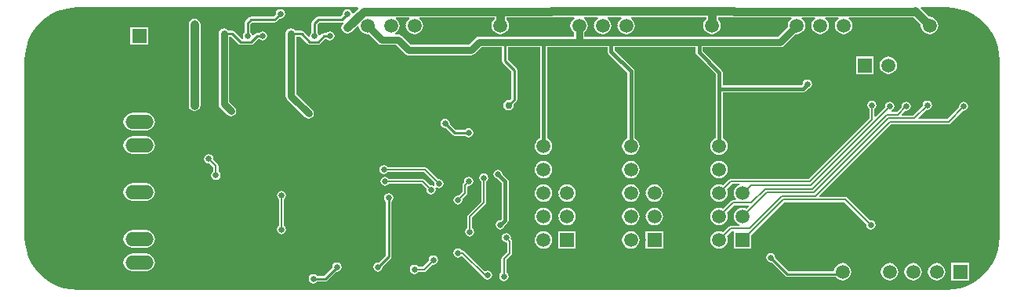
<source format=gbl>
G04 Layer_Physical_Order=2*
G04 Layer_Color=16711680*
%FSLAX23Y23*%
%MOIN*%
G70*
G01*
G75*
%ADD35C,0.008*%
%ADD36C,0.010*%
%ADD38C,0.030*%
%ADD39C,0.035*%
%ADD40C,0.015*%
%ADD43C,0.059*%
%ADD44R,0.059X0.059*%
%ADD45O,0.120X0.060*%
%ADD46C,0.197*%
%ADD47R,0.059X0.059*%
%ADD48C,0.025*%
%ADD49C,0.030*%
G36*
X3039Y1150D02*
X3282D01*
X3284Y1145D01*
X3279Y1141D01*
X3273Y1133D01*
X3269Y1125D01*
X3268Y1115D01*
X3269Y1110D01*
X3226Y1067D01*
X2402D01*
Y1086D01*
X2406Y1089D01*
X2412Y1097D01*
X2416Y1105D01*
X2417Y1115D01*
X2416Y1125D01*
X2412Y1133D01*
X2406Y1141D01*
X2400Y1146D01*
X2402Y1151D01*
X2458D01*
X2460Y1146D01*
X2454Y1141D01*
X2448Y1133D01*
X2444Y1125D01*
X2443Y1115D01*
X2444Y1105D01*
X2448Y1097D01*
X2454Y1089D01*
X2462Y1083D01*
X2470Y1079D01*
X2480Y1078D01*
X2490Y1079D01*
X2498Y1083D01*
X2506Y1089D01*
X2512Y1097D01*
X2516Y1105D01*
X2517Y1115D01*
X2516Y1125D01*
X2512Y1133D01*
X2506Y1141D01*
X2500Y1146D01*
X2502Y1151D01*
X2558D01*
X2560Y1146D01*
X2554Y1141D01*
X2548Y1133D01*
X2544Y1125D01*
X2543Y1115D01*
X2544Y1105D01*
X2548Y1097D01*
X2554Y1089D01*
X2562Y1083D01*
X2570Y1079D01*
X2580Y1078D01*
X2590Y1079D01*
X2598Y1083D01*
X2606Y1089D01*
X2612Y1097D01*
X2616Y1105D01*
X2617Y1115D01*
X2616Y1125D01*
X2612Y1133D01*
X2606Y1141D01*
X2600Y1146D01*
X2602Y1151D01*
X2920D01*
Y1142D01*
X2919Y1141D01*
X2913Y1133D01*
X2909Y1125D01*
X2908Y1115D01*
X2909Y1105D01*
X2913Y1097D01*
X2919Y1089D01*
X2927Y1083D01*
X2935Y1079D01*
X2945Y1078D01*
X2955Y1079D01*
X2963Y1083D01*
X2971Y1089D01*
X2977Y1097D01*
X2981Y1105D01*
X2982Y1115D01*
X2981Y1125D01*
X2977Y1133D01*
X2971Y1141D01*
X2970Y1142D01*
Y1151D01*
X3037D01*
X3039Y1150D01*
D02*
G37*
G36*
X2360Y1146D02*
X2354Y1141D01*
X2348Y1133D01*
X2344Y1125D01*
X2343Y1115D01*
X2344Y1105D01*
X2348Y1097D01*
X2354Y1089D01*
X2358Y1086D01*
Y1067D01*
X1955D01*
X1946Y1066D01*
X1939Y1061D01*
X1911Y1032D01*
X1664D01*
X1626Y1071D01*
X1619Y1076D01*
X1610Y1077D01*
X1598D01*
X1597Y1082D01*
X1598Y1083D01*
X1606Y1089D01*
X1612Y1097D01*
X1616Y1105D01*
X1617Y1115D01*
X1616Y1125D01*
X1612Y1133D01*
X1606Y1141D01*
X1601Y1145D01*
X1603Y1150D01*
X1657D01*
X1659Y1145D01*
X1654Y1141D01*
X1648Y1133D01*
X1644Y1125D01*
X1643Y1115D01*
X1644Y1105D01*
X1648Y1097D01*
X1654Y1089D01*
X1662Y1083D01*
X1670Y1079D01*
X1680Y1078D01*
X1690Y1079D01*
X1698Y1083D01*
X1706Y1089D01*
X1712Y1097D01*
X1716Y1105D01*
X1717Y1115D01*
X1716Y1125D01*
X1712Y1133D01*
X1706Y1141D01*
X1701Y1145D01*
X1703Y1150D01*
X2020D01*
Y1142D01*
X2019Y1141D01*
X2013Y1133D01*
X2009Y1125D01*
X2008Y1115D01*
X2009Y1105D01*
X2013Y1097D01*
X2019Y1089D01*
X2027Y1083D01*
X2035Y1079D01*
X2045Y1078D01*
X2055Y1079D01*
X2063Y1083D01*
X2071Y1089D01*
X2077Y1097D01*
X2081Y1105D01*
X2082Y1115D01*
X2081Y1125D01*
X2077Y1133D01*
X2071Y1141D01*
X2070Y1142D01*
Y1150D01*
X2260D01*
X2263Y1151D01*
X2358D01*
X2360Y1146D01*
D02*
G37*
G36*
X3970Y1191D02*
X3999Y1185D01*
X4027Y1176D01*
X4054Y1162D01*
X4079Y1146D01*
X4101Y1126D01*
X4121Y1104D01*
X4137Y1079D01*
X4151Y1052D01*
X4160Y1024D01*
X4166Y995D01*
X4168Y966D01*
X4168Y965D01*
Y215D01*
X4168Y214D01*
X4166Y185D01*
X4160Y156D01*
X4151Y128D01*
X4137Y101D01*
X4121Y76D01*
X4101Y54D01*
X4079Y34D01*
X4054Y18D01*
X4027Y4D01*
X3999Y-5D01*
X3970Y-11D01*
X3945Y-13D01*
X3940Y-13D01*
Y-13D01*
X3940Y-13D01*
X250D01*
X249Y-13D01*
X220Y-11D01*
X191Y-5D01*
X163Y4D01*
X136Y18D01*
X111Y34D01*
X89Y54D01*
X69Y76D01*
X53Y101D01*
X39Y128D01*
X30Y156D01*
X24Y185D01*
X22Y214D01*
X22Y215D01*
Y965D01*
X22Y966D01*
X24Y995D01*
X30Y1024D01*
X39Y1052D01*
X53Y1079D01*
X69Y1104D01*
X89Y1126D01*
X111Y1146D01*
X136Y1162D01*
X163Y1176D01*
X191Y1185D01*
X220Y1191D01*
X249Y1193D01*
X250Y1193D01*
X1439D01*
X1441Y1188D01*
X1420Y1166D01*
X1414Y1168D01*
X1413Y1173D01*
X1409Y1179D01*
X1403Y1183D01*
X1395Y1185D01*
X1387Y1183D01*
X1381Y1179D01*
X1377Y1173D01*
X1375Y1165D01*
X1376Y1163D01*
X1365Y1152D01*
X1270D01*
X1265Y1151D01*
X1261Y1149D01*
X1246Y1134D01*
X1244Y1130D01*
X1243Y1125D01*
Y1085D01*
X1241Y1084D01*
X1237Y1078D01*
X1235Y1070D01*
X1235Y1069D01*
X1231Y1067D01*
X1209Y1089D01*
X1205Y1091D01*
X1200Y1092D01*
X1173D01*
X1171Y1096D01*
X1164Y1101D01*
X1155Y1102D01*
X1146Y1101D01*
X1139Y1096D01*
X1134Y1089D01*
X1133Y1080D01*
Y815D01*
X1134Y806D01*
X1139Y799D01*
X1214Y724D01*
X1221Y719D01*
X1230Y718D01*
X1239Y719D01*
X1246Y724D01*
X1251Y731D01*
X1252Y740D01*
X1251Y749D01*
X1246Y756D01*
X1177Y824D01*
Y1068D01*
X1195D01*
X1226Y1036D01*
X1230Y1034D01*
X1235Y1033D01*
X1270D01*
X1275Y1034D01*
X1279Y1036D01*
X1300Y1058D01*
X1305Y1057D01*
X1306Y1056D01*
X1312Y1052D01*
X1320Y1050D01*
X1328Y1052D01*
X1334Y1056D01*
X1338Y1062D01*
X1340Y1070D01*
X1338Y1078D01*
X1334Y1084D01*
X1328Y1088D01*
X1320Y1090D01*
X1312Y1088D01*
X1306Y1084D01*
X1305Y1082D01*
X1295D01*
X1290Y1081D01*
X1286Y1079D01*
X1280Y1072D01*
X1274Y1074D01*
X1273Y1078D01*
X1269Y1084D01*
X1267Y1085D01*
Y1120D01*
X1275Y1128D01*
X1370D01*
X1375Y1129D01*
X1375Y1129D01*
X1379Y1125D01*
X1377Y1123D01*
X1371Y1115D01*
X1369Y1106D01*
X1371Y1096D01*
X1377Y1088D01*
X1385Y1083D01*
X1394Y1081D01*
X1404Y1083D01*
X1412Y1088D01*
X1438Y1114D01*
X1443Y1112D01*
X1444Y1105D01*
X1448Y1097D01*
X1454Y1089D01*
X1462Y1083D01*
X1470Y1079D01*
X1480Y1078D01*
X1485Y1079D01*
X1524Y1039D01*
X1531Y1034D01*
X1540Y1033D01*
X1601D01*
X1639Y994D01*
X1646Y989D01*
X1655Y988D01*
X1920D01*
X1929Y989D01*
X1936Y994D01*
X1964Y1023D01*
X2053D01*
Y965D01*
X2054Y960D01*
X2056Y956D01*
X2093Y920D01*
Y805D01*
X2084Y797D01*
X2080Y797D01*
X2071Y796D01*
X2064Y791D01*
X2059Y784D01*
X2058Y775D01*
X2059Y766D01*
X2064Y759D01*
X2071Y754D01*
X2080Y753D01*
X2089Y754D01*
X2096Y759D01*
X2101Y766D01*
X2102Y775D01*
X2102Y779D01*
X2114Y791D01*
X2116Y795D01*
X2117Y800D01*
Y925D01*
X2116Y930D01*
X2114Y934D01*
X2077Y970D01*
Y1023D01*
X2214D01*
Y633D01*
X2210Y632D01*
X2203Y626D01*
X2197Y618D01*
X2193Y610D01*
X2192Y600D01*
X2193Y590D01*
X2197Y582D01*
X2203Y574D01*
X2210Y568D01*
X2219Y564D01*
X2229Y563D01*
X2238Y564D01*
X2247Y568D01*
X2255Y574D01*
X2261Y582D01*
X2264Y590D01*
X2266Y600D01*
X2264Y610D01*
X2261Y618D01*
X2255Y626D01*
X2247Y632D01*
X2244Y633D01*
Y1023D01*
X2500D01*
Y1005D01*
X2501Y999D01*
X2505Y995D01*
X2585Y914D01*
Y633D01*
X2582Y632D01*
X2574Y626D01*
X2568Y618D01*
X2564Y610D01*
X2563Y600D01*
X2564Y590D01*
X2568Y582D01*
X2574Y574D01*
X2582Y568D01*
X2590Y564D01*
X2600Y563D01*
X2610Y564D01*
X2618Y568D01*
X2626Y574D01*
X2632Y582D01*
X2636Y590D01*
X2637Y600D01*
X2636Y610D01*
X2632Y618D01*
X2626Y626D01*
X2618Y632D01*
X2615Y633D01*
Y920D01*
X2614Y926D01*
X2610Y930D01*
X2530Y1011D01*
Y1023D01*
X2875D01*
Y1000D01*
X2876Y994D01*
X2880Y990D01*
X2960Y909D01*
Y845D01*
Y633D01*
X2957Y632D01*
X2949Y626D01*
X2943Y618D01*
X2939Y610D01*
X2938Y600D01*
X2939Y590D01*
X2943Y582D01*
X2949Y574D01*
X2957Y568D01*
X2965Y564D01*
X2975Y563D01*
X2985Y564D01*
X2993Y568D01*
X3001Y574D01*
X3007Y582D01*
X3011Y590D01*
X3012Y600D01*
X3011Y610D01*
X3007Y618D01*
X3001Y626D01*
X2993Y632D01*
X2990Y633D01*
Y830D01*
X3330D01*
X3336Y831D01*
X3340Y835D01*
X3351Y845D01*
X3358Y847D01*
X3364Y851D01*
X3368Y857D01*
X3370Y865D01*
X3368Y873D01*
X3364Y879D01*
X3358Y883D01*
X3350Y885D01*
X3342Y883D01*
X3336Y879D01*
X3332Y873D01*
X3330Y866D01*
X3324Y860D01*
X2990D01*
Y915D01*
X2989Y921D01*
X2985Y925D01*
X2905Y1006D01*
Y1023D01*
X3235D01*
X3244Y1024D01*
X3251Y1029D01*
X3300Y1079D01*
X3305Y1078D01*
X3315Y1079D01*
X3323Y1083D01*
X3331Y1089D01*
X3337Y1097D01*
X3341Y1105D01*
X3342Y1115D01*
X3341Y1125D01*
X3337Y1133D01*
X3331Y1141D01*
X3326Y1145D01*
X3328Y1150D01*
X3382D01*
X3384Y1145D01*
X3379Y1141D01*
X3373Y1133D01*
X3369Y1125D01*
X3368Y1115D01*
X3369Y1105D01*
X3373Y1097D01*
X3379Y1089D01*
X3387Y1083D01*
X3395Y1079D01*
X3405Y1078D01*
X3415Y1079D01*
X3423Y1083D01*
X3431Y1089D01*
X3437Y1097D01*
X3441Y1105D01*
X3442Y1115D01*
X3441Y1125D01*
X3437Y1133D01*
X3431Y1141D01*
X3426Y1145D01*
X3428Y1150D01*
X3482D01*
X3484Y1145D01*
X3479Y1141D01*
X3473Y1133D01*
X3469Y1125D01*
X3468Y1115D01*
X3469Y1105D01*
X3473Y1097D01*
X3479Y1089D01*
X3487Y1083D01*
X3495Y1079D01*
X3505Y1078D01*
X3515Y1079D01*
X3523Y1083D01*
X3531Y1089D01*
X3537Y1097D01*
X3541Y1105D01*
X3542Y1115D01*
X3541Y1125D01*
X3537Y1133D01*
X3531Y1141D01*
X3526Y1145D01*
X3528Y1150D01*
X3800D01*
X3833Y1116D01*
X3833Y1115D01*
X3834Y1105D01*
X3838Y1097D01*
X3844Y1089D01*
X3852Y1083D01*
X3860Y1079D01*
X3870Y1078D01*
X3880Y1079D01*
X3888Y1083D01*
X3896Y1089D01*
X3902Y1097D01*
X3906Y1105D01*
X3907Y1115D01*
X3906Y1125D01*
X3902Y1133D01*
X3896Y1141D01*
X3888Y1147D01*
X3880Y1151D01*
X3870Y1152D01*
X3869Y1152D01*
X3832Y1188D01*
X3834Y1193D01*
X3940D01*
X3941Y1193D01*
X3970Y1191D01*
D02*
G37*
%LPC*%
G36*
X2737Y237D02*
X2663D01*
Y163D01*
X2737D01*
Y237D01*
D02*
G37*
G36*
X540Y242D02*
X480D01*
X470Y241D01*
X461Y237D01*
X454Y231D01*
X448Y224D01*
X444Y215D01*
X443Y205D01*
X444Y195D01*
X448Y186D01*
X454Y179D01*
X461Y173D01*
X470Y169D01*
X480Y168D01*
X540D01*
X550Y169D01*
X559Y173D01*
X566Y179D01*
X572Y186D01*
X576Y195D01*
X577Y205D01*
X576Y215D01*
X572Y224D01*
X566Y231D01*
X559Y237D01*
X550Y241D01*
X540Y242D01*
D02*
G37*
G36*
X2365Y237D02*
X2292D01*
Y163D01*
X2365D01*
Y237D01*
D02*
G37*
G36*
X2229Y237D02*
X2219Y236D01*
X2210Y232D01*
X2203Y226D01*
X2197Y218D01*
X2193Y210D01*
X2192Y200D01*
X2193Y190D01*
X2197Y182D01*
X2203Y174D01*
X2210Y168D01*
X2219Y164D01*
X2229Y163D01*
X2238Y164D01*
X2247Y168D01*
X2255Y174D01*
X2261Y182D01*
X2264Y190D01*
X2266Y200D01*
X2264Y210D01*
X2261Y218D01*
X2255Y226D01*
X2247Y232D01*
X2238Y236D01*
X2229Y237D01*
D02*
G37*
G36*
X2600D02*
X2590Y236D01*
X2582Y232D01*
X2574Y226D01*
X2568Y218D01*
X2564Y210D01*
X2563Y200D01*
X2564Y190D01*
X2568Y182D01*
X2574Y174D01*
X2582Y168D01*
X2590Y164D01*
X2600Y163D01*
X2610Y164D01*
X2618Y168D01*
X2626Y174D01*
X2632Y182D01*
X2636Y190D01*
X2637Y200D01*
X2636Y210D01*
X2632Y218D01*
X2626Y226D01*
X2618Y232D01*
X2610Y236D01*
X2600Y237D01*
D02*
G37*
G36*
X2229Y337D02*
X2219Y336D01*
X2210Y332D01*
X2203Y326D01*
X2197Y318D01*
X2193Y310D01*
X2192Y300D01*
X2193Y290D01*
X2197Y282D01*
X2203Y274D01*
X2210Y268D01*
X2219Y264D01*
X2229Y263D01*
X2238Y264D01*
X2247Y268D01*
X2255Y274D01*
X2261Y282D01*
X2264Y290D01*
X2266Y300D01*
X2264Y310D01*
X2261Y318D01*
X2255Y326D01*
X2247Y332D01*
X2238Y336D01*
X2229Y337D01*
D02*
G37*
G36*
X2329D02*
X2319Y336D01*
X2310Y332D01*
X2303Y326D01*
X2297Y318D01*
X2293Y310D01*
X2292Y300D01*
X2293Y290D01*
X2297Y282D01*
X2303Y274D01*
X2310Y268D01*
X2319Y264D01*
X2329Y263D01*
X2338Y264D01*
X2347Y268D01*
X2355Y274D01*
X2361Y282D01*
X2364Y290D01*
X2366Y300D01*
X2364Y310D01*
X2361Y318D01*
X2355Y326D01*
X2347Y332D01*
X2338Y336D01*
X2329Y337D01*
D02*
G37*
G36*
X2035Y500D02*
X2027Y498D01*
X2021Y494D01*
X2017Y488D01*
X2015Y480D01*
X2017Y472D01*
X2021Y466D01*
X2027Y462D01*
X2034Y460D01*
X2050Y444D01*
Y291D01*
X2044Y285D01*
X2037Y283D01*
X2031Y279D01*
X2027Y273D01*
X2025Y265D01*
X2027Y257D01*
X2031Y251D01*
X2037Y247D01*
X2045Y245D01*
X2053Y247D01*
X2059Y251D01*
X2063Y257D01*
X2065Y264D01*
X2075Y275D01*
X2079Y279D01*
X2080Y285D01*
Y450D01*
X2079Y456D01*
X2075Y460D01*
X2055Y481D01*
X2053Y488D01*
X2049Y494D01*
X2043Y498D01*
X2035Y500D01*
D02*
G37*
G36*
X1975Y485D02*
X1967Y483D01*
X1961Y479D01*
X1957Y473D01*
X1955Y465D01*
X1957Y457D01*
X1961Y451D01*
X1964Y449D01*
Y365D01*
X1907Y308D01*
X1905Y304D01*
X1904Y300D01*
X1904Y300D01*
Y251D01*
X1901Y249D01*
X1897Y243D01*
X1895Y235D01*
X1897Y227D01*
X1901Y221D01*
X1907Y217D01*
X1915Y215D01*
X1923Y217D01*
X1929Y221D01*
X1933Y227D01*
X1935Y235D01*
X1933Y243D01*
X1929Y249D01*
X1926Y251D01*
Y295D01*
X1983Y352D01*
X1983Y352D01*
X1985Y356D01*
X1986Y360D01*
X1986Y360D01*
Y449D01*
X1989Y451D01*
X1993Y457D01*
X1995Y465D01*
X1993Y473D01*
X1989Y479D01*
X1983Y483D01*
X1975Y485D01*
D02*
G37*
G36*
X1115Y410D02*
X1107Y408D01*
X1101Y404D01*
X1097Y398D01*
X1095Y390D01*
X1097Y382D01*
X1101Y376D01*
X1104Y374D01*
Y261D01*
X1101Y259D01*
X1097Y253D01*
X1095Y245D01*
X1097Y237D01*
X1101Y231D01*
X1107Y227D01*
X1115Y225D01*
X1123Y227D01*
X1129Y231D01*
X1133Y237D01*
X1135Y245D01*
X1133Y253D01*
X1129Y259D01*
X1126Y261D01*
Y374D01*
X1129Y376D01*
X1133Y382D01*
X1135Y390D01*
X1133Y398D01*
X1129Y404D01*
X1123Y408D01*
X1115Y410D01*
D02*
G37*
G36*
X1570Y400D02*
X1562Y398D01*
X1556Y394D01*
X1552Y388D01*
X1550Y380D01*
X1552Y372D01*
X1556Y366D01*
X1558Y365D01*
Y135D01*
X1527Y104D01*
X1525Y105D01*
X1517Y103D01*
X1511Y99D01*
X1507Y93D01*
X1505Y85D01*
X1507Y77D01*
X1511Y71D01*
X1517Y67D01*
X1525Y65D01*
X1533Y67D01*
X1539Y71D01*
X1543Y77D01*
X1545Y85D01*
X1544Y87D01*
X1579Y121D01*
X1581Y125D01*
X1582Y130D01*
Y365D01*
X1584Y366D01*
X1588Y372D01*
X1590Y380D01*
X1588Y388D01*
X1584Y394D01*
X1578Y398D01*
X1570Y400D01*
D02*
G37*
G36*
X3800Y102D02*
X3790Y101D01*
X3782Y97D01*
X3774Y91D01*
X3768Y83D01*
X3764Y75D01*
X3763Y65D01*
X3764Y55D01*
X3768Y47D01*
X3774Y39D01*
X3782Y33D01*
X3790Y29D01*
X3800Y28D01*
X3810Y29D01*
X3818Y33D01*
X3826Y39D01*
X3832Y47D01*
X3836Y55D01*
X3837Y65D01*
X3836Y75D01*
X3832Y83D01*
X3826Y91D01*
X3818Y97D01*
X3810Y101D01*
X3800Y102D01*
D02*
G37*
G36*
X3900D02*
X3890Y101D01*
X3882Y97D01*
X3874Y91D01*
X3868Y83D01*
X3864Y75D01*
X3863Y65D01*
X3864Y55D01*
X3868Y47D01*
X3874Y39D01*
X3882Y33D01*
X3890Y29D01*
X3900Y28D01*
X3910Y29D01*
X3918Y33D01*
X3926Y39D01*
X3932Y47D01*
X3936Y55D01*
X3937Y65D01*
X3936Y75D01*
X3932Y83D01*
X3926Y91D01*
X3918Y97D01*
X3910Y101D01*
X3900Y102D01*
D02*
G37*
G36*
X3700D02*
X3690Y101D01*
X3682Y97D01*
X3674Y91D01*
X3668Y83D01*
X3664Y75D01*
X3663Y65D01*
X3664Y55D01*
X3668Y47D01*
X3674Y39D01*
X3682Y33D01*
X3690Y29D01*
X3700Y28D01*
X3710Y29D01*
X3718Y33D01*
X3726Y39D01*
X3732Y47D01*
X3736Y55D01*
X3737Y65D01*
X3736Y75D01*
X3732Y83D01*
X3726Y91D01*
X3718Y97D01*
X3710Y101D01*
X3700Y102D01*
D02*
G37*
G36*
X2070Y230D02*
X2062Y228D01*
X2056Y224D01*
X2052Y218D01*
X2050Y210D01*
X2052Y202D01*
X2056Y196D01*
X2062Y192D01*
X2070Y190D01*
X2074Y186D01*
Y150D01*
X2052Y128D01*
X2050Y124D01*
X2049Y120D01*
X2049Y120D01*
Y61D01*
X2046Y59D01*
X2042Y53D01*
X2040Y45D01*
X2042Y37D01*
X2046Y31D01*
X2052Y27D01*
X2060Y25D01*
X2068Y27D01*
X2074Y31D01*
X2078Y37D01*
X2080Y45D01*
X2078Y53D01*
X2074Y59D01*
X2071Y61D01*
Y115D01*
X2093Y137D01*
X2093Y137D01*
X2095Y141D01*
X2096Y145D01*
Y195D01*
X2096Y195D01*
X2095Y199D01*
X2093Y203D01*
X2089Y207D01*
X2090Y210D01*
X2088Y218D01*
X2084Y224D01*
X2078Y228D01*
X2070Y230D01*
D02*
G37*
G36*
X3195Y145D02*
X3187Y143D01*
X3181Y139D01*
X3177Y133D01*
X3175Y125D01*
X3177Y117D01*
X3181Y111D01*
X3187Y107D01*
X3195Y105D01*
X3197Y106D01*
X3256Y46D01*
X3260Y44D01*
X3265Y43D01*
X3471D01*
X3474Y39D01*
X3482Y33D01*
X3490Y29D01*
X3500Y28D01*
X3510Y29D01*
X3518Y33D01*
X3526Y39D01*
X3532Y47D01*
X3536Y55D01*
X3537Y65D01*
X3536Y75D01*
X3532Y83D01*
X3526Y91D01*
X3518Y97D01*
X3510Y101D01*
X3500Y102D01*
X3490Y101D01*
X3482Y97D01*
X3474Y91D01*
X3468Y83D01*
X3464Y75D01*
X3463Y67D01*
X3270D01*
X3214Y123D01*
X3215Y125D01*
X3213Y133D01*
X3209Y139D01*
X3203Y143D01*
X3195Y145D01*
D02*
G37*
G36*
X540Y142D02*
X480D01*
X470Y141D01*
X461Y137D01*
X454Y131D01*
X448Y124D01*
X444Y115D01*
X443Y105D01*
X444Y95D01*
X448Y86D01*
X454Y79D01*
X461Y73D01*
X470Y69D01*
X480Y68D01*
X540D01*
X550Y69D01*
X559Y73D01*
X566Y79D01*
X572Y86D01*
X576Y95D01*
X577Y105D01*
X576Y115D01*
X572Y124D01*
X566Y131D01*
X559Y137D01*
X550Y141D01*
X540Y142D01*
D02*
G37*
G36*
X1760Y135D02*
X1752Y133D01*
X1746Y129D01*
X1742Y123D01*
X1740Y115D01*
X1741Y112D01*
X1715Y86D01*
X1696D01*
X1694Y89D01*
X1688Y93D01*
X1680Y95D01*
X1672Y93D01*
X1666Y89D01*
X1662Y83D01*
X1660Y75D01*
X1662Y67D01*
X1666Y61D01*
X1672Y57D01*
X1680Y55D01*
X1688Y57D01*
X1694Y61D01*
X1696Y64D01*
X1720D01*
X1720Y64D01*
X1724Y65D01*
X1728Y67D01*
X1757Y96D01*
X1760Y95D01*
X1768Y97D01*
X1774Y101D01*
X1778Y107D01*
X1780Y115D01*
X1778Y123D01*
X1774Y129D01*
X1768Y133D01*
X1760Y135D01*
D02*
G37*
G36*
X1350Y105D02*
X1342Y103D01*
X1336Y99D01*
X1332Y93D01*
X1330Y85D01*
X1331Y83D01*
X1295Y47D01*
X1265D01*
X1264Y49D01*
X1258Y53D01*
X1250Y55D01*
X1242Y53D01*
X1236Y49D01*
X1232Y43D01*
X1230Y35D01*
X1232Y27D01*
X1236Y21D01*
X1242Y17D01*
X1250Y15D01*
X1258Y17D01*
X1264Y21D01*
X1265Y23D01*
X1300D01*
X1305Y24D01*
X1309Y26D01*
X1348Y66D01*
X1350Y65D01*
X1358Y67D01*
X1364Y71D01*
X1368Y77D01*
X1370Y85D01*
X1368Y93D01*
X1364Y99D01*
X1358Y103D01*
X1350Y105D01*
D02*
G37*
G36*
X4037Y102D02*
X3963D01*
Y28D01*
X4037D01*
Y102D01*
D02*
G37*
G36*
X1865Y165D02*
X1857Y163D01*
X1851Y159D01*
X1847Y153D01*
X1845Y145D01*
X1847Y137D01*
X1851Y131D01*
X1857Y127D01*
X1865Y125D01*
X1873Y127D01*
X1879Y131D01*
X1883Y131D01*
X1972Y43D01*
X1972Y42D01*
X1976Y36D01*
X1982Y32D01*
X1990Y30D01*
X1998Y32D01*
X2004Y36D01*
X2008Y42D01*
X2010Y50D01*
X2008Y58D01*
X2004Y64D01*
X1998Y68D01*
X1990Y70D01*
X1982Y68D01*
X1979Y66D01*
X1893Y153D01*
X1889Y155D01*
X1885Y156D01*
X1885Y156D01*
X1881D01*
X1879Y159D01*
X1873Y163D01*
X1865Y165D01*
D02*
G37*
G36*
X2600Y337D02*
X2590Y336D01*
X2582Y332D01*
X2574Y326D01*
X2568Y318D01*
X2564Y310D01*
X2563Y300D01*
X2564Y290D01*
X2568Y282D01*
X2574Y274D01*
X2582Y268D01*
X2590Y264D01*
X2600Y263D01*
X2610Y264D01*
X2618Y268D01*
X2626Y274D01*
X2632Y282D01*
X2636Y290D01*
X2637Y300D01*
X2636Y310D01*
X2632Y318D01*
X2626Y326D01*
X2618Y332D01*
X2610Y336D01*
X2600Y337D01*
D02*
G37*
G36*
X540Y742D02*
X480D01*
X470Y741D01*
X461Y737D01*
X454Y731D01*
X448Y724D01*
X444Y715D01*
X443Y705D01*
X444Y695D01*
X448Y686D01*
X454Y679D01*
X461Y673D01*
X470Y669D01*
X480Y668D01*
X540D01*
X550Y669D01*
X559Y673D01*
X566Y679D01*
X572Y686D01*
X576Y695D01*
X577Y705D01*
X576Y715D01*
X572Y724D01*
X566Y731D01*
X559Y737D01*
X550Y741D01*
X540Y742D01*
D02*
G37*
G36*
X745Y1145D02*
X735Y1143D01*
X727Y1138D01*
X722Y1130D01*
X720Y1120D01*
Y775D01*
X722Y765D01*
X727Y757D01*
X735Y752D01*
X745Y750D01*
X755Y752D01*
X763Y757D01*
X768Y765D01*
X770Y775D01*
Y1120D01*
X768Y1130D01*
X763Y1138D01*
X755Y1143D01*
X745Y1145D01*
D02*
G37*
G36*
X1810Y717D02*
X1802Y716D01*
X1796Y711D01*
X1792Y705D01*
X1790Y697D01*
X1792Y690D01*
X1796Y683D01*
X1802Y679D01*
X1810Y677D01*
X1812Y678D01*
X1841Y649D01*
X1845Y646D01*
X1850Y645D01*
X1895D01*
X1896Y643D01*
X1902Y639D01*
X1910Y637D01*
X1918Y639D01*
X1924Y643D01*
X1928Y650D01*
X1930Y657D01*
X1928Y665D01*
X1924Y671D01*
X1918Y676D01*
X1910Y677D01*
X1902Y676D01*
X1896Y671D01*
X1895Y670D01*
X1855D01*
X1829Y695D01*
X1830Y697D01*
X1828Y705D01*
X1824Y711D01*
X1818Y716D01*
X1810Y717D01*
D02*
G37*
G36*
X2975Y537D02*
X2965Y536D01*
X2957Y532D01*
X2949Y526D01*
X2943Y518D01*
X2939Y510D01*
X2938Y500D01*
X2939Y490D01*
X2943Y482D01*
X2949Y474D01*
X2957Y468D01*
X2965Y464D01*
X2975Y463D01*
X2985Y464D01*
X2993Y468D01*
X3001Y474D01*
X3007Y482D01*
X3011Y490D01*
X3012Y500D01*
X3011Y510D01*
X3007Y518D01*
X3001Y526D01*
X2993Y532D01*
X2985Y536D01*
X2975Y537D01*
D02*
G37*
G36*
X540Y642D02*
X480D01*
X470Y641D01*
X461Y637D01*
X454Y631D01*
X448Y624D01*
X444Y615D01*
X443Y605D01*
X444Y595D01*
X448Y586D01*
X454Y579D01*
X461Y573D01*
X470Y569D01*
X480Y568D01*
X540D01*
X550Y569D01*
X559Y573D01*
X566Y579D01*
X572Y586D01*
X576Y595D01*
X577Y605D01*
X576Y615D01*
X572Y624D01*
X566Y631D01*
X559Y637D01*
X550Y641D01*
X540Y642D01*
D02*
G37*
G36*
X547Y1107D02*
X473D01*
Y1033D01*
X547D01*
Y1107D01*
D02*
G37*
G36*
X1110Y1185D02*
X1102Y1183D01*
X1096Y1179D01*
X1092Y1173D01*
X1090Y1165D01*
X1091Y1163D01*
X1080Y1152D01*
X985D01*
X980Y1151D01*
X976Y1149D01*
X961Y1134D01*
X959Y1130D01*
X958Y1125D01*
Y1085D01*
X956Y1084D01*
X952Y1078D01*
X950Y1070D01*
X952Y1062D01*
X952Y1062D01*
X950Y1057D01*
X945D01*
X914Y1089D01*
X910Y1091D01*
X905Y1092D01*
X888D01*
X886Y1096D01*
X879Y1101D01*
X870Y1102D01*
X861Y1101D01*
X854Y1096D01*
X849Y1089D01*
X848Y1080D01*
Y780D01*
X849Y771D01*
X854Y764D01*
X884Y734D01*
X891Y729D01*
X900Y728D01*
X909Y729D01*
X916Y734D01*
X921Y741D01*
X922Y750D01*
X921Y759D01*
X916Y766D01*
X892Y789D01*
Y1068D01*
X900D01*
X931Y1036D01*
X935Y1034D01*
X940Y1033D01*
X985D01*
X990Y1034D01*
X994Y1036D01*
X1015Y1058D01*
X1020Y1057D01*
X1021Y1056D01*
X1027Y1052D01*
X1035Y1050D01*
X1043Y1052D01*
X1049Y1056D01*
X1053Y1062D01*
X1055Y1070D01*
X1053Y1078D01*
X1049Y1084D01*
X1043Y1088D01*
X1035Y1090D01*
X1027Y1088D01*
X1021Y1084D01*
X1020Y1082D01*
X1010D01*
X1005Y1081D01*
X1001Y1079D01*
X995Y1072D01*
X989Y1074D01*
X988Y1078D01*
X984Y1084D01*
X982Y1085D01*
Y1120D01*
X990Y1128D01*
X1085D01*
X1090Y1129D01*
X1094Y1131D01*
X1108Y1146D01*
X1110Y1145D01*
X1118Y1147D01*
X1124Y1151D01*
X1128Y1157D01*
X1130Y1165D01*
X1128Y1173D01*
X1124Y1179D01*
X1118Y1183D01*
X1110Y1185D01*
D02*
G37*
G36*
X3632Y982D02*
X3558D01*
Y908D01*
X3632D01*
Y982D01*
D02*
G37*
G36*
X3860Y795D02*
X3852Y793D01*
X3846Y789D01*
X3842Y783D01*
X3840Y775D01*
X3841Y772D01*
X3800Y731D01*
X3753D01*
X3751Y736D01*
X3766Y751D01*
X3770Y750D01*
X3778Y752D01*
X3784Y756D01*
X3788Y762D01*
X3790Y770D01*
X3788Y778D01*
X3784Y784D01*
X3778Y788D01*
X3770Y790D01*
X3762Y788D01*
X3756Y784D01*
X3752Y778D01*
X3750Y770D01*
X3751Y767D01*
X3730Y747D01*
X3709D01*
X3708Y752D01*
X3714Y756D01*
X3718Y762D01*
X3720Y770D01*
X3718Y778D01*
X3714Y784D01*
X3708Y788D01*
X3700Y790D01*
X3692Y788D01*
X3686Y784D01*
X3682Y778D01*
X3680Y770D01*
X3681Y766D01*
X3641Y725D01*
X3636Y727D01*
Y759D01*
X3639Y761D01*
X3643Y767D01*
X3645Y775D01*
X3643Y783D01*
X3639Y789D01*
X3633Y793D01*
X3625Y795D01*
X3617Y793D01*
X3611Y789D01*
X3607Y783D01*
X3605Y775D01*
X3607Y767D01*
X3611Y761D01*
X3614Y759D01*
Y720D01*
X3355Y461D01*
X3025D01*
X3025Y461D01*
X3021Y460D01*
X3017Y458D01*
X3017Y458D01*
X2992Y433D01*
X2985Y436D01*
X2975Y437D01*
X2965Y436D01*
X2957Y432D01*
X2949Y426D01*
X2943Y418D01*
X2939Y410D01*
X2938Y400D01*
X2939Y390D01*
X2943Y382D01*
X2949Y374D01*
X2957Y368D01*
X2965Y364D01*
X2975Y363D01*
X2985Y364D01*
X2993Y368D01*
X3001Y374D01*
X3007Y382D01*
X3011Y390D01*
X3012Y400D01*
X3011Y410D01*
X3008Y417D01*
X3030Y439D01*
X3060D01*
X3061Y434D01*
X3057Y432D01*
X3049Y426D01*
X3043Y418D01*
X3039Y410D01*
X3038Y400D01*
X3039Y390D01*
X3043Y382D01*
X3048Y376D01*
X3045Y371D01*
X3034D01*
X3034Y371D01*
X3030Y370D01*
X3027Y367D01*
X3027Y367D01*
X2992Y333D01*
X2985Y336D01*
X2975Y337D01*
X2965Y336D01*
X2957Y332D01*
X2949Y326D01*
X2943Y318D01*
X2939Y310D01*
X2938Y300D01*
X2939Y290D01*
X2943Y282D01*
X2949Y274D01*
X2957Y268D01*
X2965Y264D01*
X2975Y263D01*
X2985Y264D01*
X2993Y268D01*
X3001Y274D01*
X3007Y282D01*
X3011Y290D01*
X3012Y300D01*
X3011Y310D01*
X3008Y317D01*
X3039Y348D01*
X3101D01*
X3103Y344D01*
X3092Y333D01*
X3085Y336D01*
X3075Y337D01*
X3065Y336D01*
X3057Y332D01*
X3049Y326D01*
X3043Y318D01*
X3039Y310D01*
X3038Y300D01*
X3039Y290D01*
X3043Y282D01*
X3049Y274D01*
X3057Y268D01*
X3061Y266D01*
X3060Y261D01*
X3025D01*
X3025Y261D01*
X3021Y260D01*
X3017Y258D01*
X3017Y258D01*
X2992Y233D01*
X2985Y236D01*
X2975Y237D01*
X2965Y236D01*
X2957Y232D01*
X2949Y226D01*
X2943Y218D01*
X2939Y210D01*
X2938Y200D01*
X2939Y190D01*
X2943Y182D01*
X2949Y174D01*
X2957Y168D01*
X2965Y164D01*
X2975Y163D01*
X2985Y164D01*
X2993Y168D01*
X3001Y174D01*
X3007Y182D01*
X3011Y190D01*
X3012Y200D01*
X3011Y210D01*
X3008Y217D01*
X3030Y239D01*
X3034D01*
X3038Y237D01*
Y163D01*
X3112D01*
Y219D01*
X3253Y361D01*
X3508D01*
X3601Y268D01*
X3600Y265D01*
X3602Y257D01*
X3606Y251D01*
X3612Y247D01*
X3620Y245D01*
X3628Y247D01*
X3634Y251D01*
X3638Y257D01*
X3640Y265D01*
X3638Y273D01*
X3634Y279D01*
X3628Y283D01*
X3620Y285D01*
X3617Y284D01*
X3520Y380D01*
X3517Y383D01*
X3513Y384D01*
X3512Y384D01*
X3402D01*
X3400Y388D01*
X3706Y694D01*
X3950D01*
X3950Y694D01*
X3954Y695D01*
X3958Y697D01*
X4012Y751D01*
X4015Y750D01*
X4023Y752D01*
X4029Y756D01*
X4033Y762D01*
X4035Y770D01*
X4033Y778D01*
X4029Y784D01*
X4023Y788D01*
X4015Y790D01*
X4007Y788D01*
X4001Y784D01*
X3997Y778D01*
X3995Y770D01*
X3996Y767D01*
X3945Y716D01*
X3824D01*
X3822Y721D01*
X3857Y756D01*
X3860Y755D01*
X3868Y757D01*
X3874Y761D01*
X3878Y767D01*
X3880Y775D01*
X3878Y783D01*
X3874Y789D01*
X3868Y793D01*
X3860Y795D01*
D02*
G37*
G36*
X3695Y982D02*
X3685Y981D01*
X3677Y977D01*
X3669Y971D01*
X3663Y963D01*
X3659Y955D01*
X3658Y945D01*
X3659Y935D01*
X3663Y927D01*
X3669Y919D01*
X3677Y913D01*
X3685Y909D01*
X3695Y908D01*
X3705Y909D01*
X3713Y913D01*
X3721Y919D01*
X3727Y927D01*
X3731Y935D01*
X3732Y945D01*
X3731Y955D01*
X3727Y963D01*
X3721Y971D01*
X3713Y977D01*
X3705Y981D01*
X3695Y982D01*
D02*
G37*
G36*
X2600Y537D02*
X2590Y536D01*
X2582Y532D01*
X2574Y526D01*
X2568Y518D01*
X2564Y510D01*
X2563Y500D01*
X2564Y490D01*
X2568Y482D01*
X2574Y474D01*
X2582Y468D01*
X2590Y464D01*
X2600Y463D01*
X2610Y464D01*
X2618Y468D01*
X2626Y474D01*
X2632Y482D01*
X2636Y490D01*
X2637Y500D01*
X2636Y510D01*
X2632Y518D01*
X2626Y526D01*
X2618Y532D01*
X2610Y536D01*
X2600Y537D01*
D02*
G37*
G36*
Y437D02*
X2590Y436D01*
X2582Y432D01*
X2574Y426D01*
X2568Y418D01*
X2564Y410D01*
X2563Y400D01*
X2564Y390D01*
X2568Y382D01*
X2574Y374D01*
X2582Y368D01*
X2590Y364D01*
X2600Y363D01*
X2610Y364D01*
X2618Y368D01*
X2626Y374D01*
X2632Y382D01*
X2636Y390D01*
X2637Y400D01*
X2636Y410D01*
X2632Y418D01*
X2626Y426D01*
X2618Y432D01*
X2610Y436D01*
X2600Y437D01*
D02*
G37*
G36*
X2700D02*
X2690Y436D01*
X2682Y432D01*
X2674Y426D01*
X2668Y418D01*
X2664Y410D01*
X2663Y400D01*
X2664Y390D01*
X2668Y382D01*
X2674Y374D01*
X2682Y368D01*
X2690Y364D01*
X2700Y363D01*
X2710Y364D01*
X2718Y368D01*
X2726Y374D01*
X2732Y382D01*
X2736Y390D01*
X2737Y400D01*
X2736Y410D01*
X2732Y418D01*
X2726Y426D01*
X2718Y432D01*
X2710Y436D01*
X2700Y437D01*
D02*
G37*
G36*
X2329D02*
X2319Y436D01*
X2310Y432D01*
X2303Y426D01*
X2297Y418D01*
X2293Y410D01*
X2292Y400D01*
X2293Y390D01*
X2297Y382D01*
X2303Y374D01*
X2310Y368D01*
X2319Y364D01*
X2329Y363D01*
X2338Y364D01*
X2347Y368D01*
X2355Y374D01*
X2361Y382D01*
X2364Y390D01*
X2366Y400D01*
X2364Y410D01*
X2361Y418D01*
X2355Y426D01*
X2347Y432D01*
X2338Y436D01*
X2329Y437D01*
D02*
G37*
G36*
X2700Y337D02*
X2690Y336D01*
X2682Y332D01*
X2674Y326D01*
X2668Y318D01*
X2664Y310D01*
X2663Y300D01*
X2664Y290D01*
X2668Y282D01*
X2674Y274D01*
X2682Y268D01*
X2690Y264D01*
X2700Y263D01*
X2710Y264D01*
X2718Y268D01*
X2726Y274D01*
X2732Y282D01*
X2736Y290D01*
X2737Y300D01*
X2736Y310D01*
X2732Y318D01*
X2726Y326D01*
X2718Y332D01*
X2710Y336D01*
X2700Y337D01*
D02*
G37*
G36*
X2229Y437D02*
X2219Y436D01*
X2210Y432D01*
X2203Y426D01*
X2197Y418D01*
X2193Y410D01*
X2192Y400D01*
X2193Y390D01*
X2197Y382D01*
X2203Y374D01*
X2210Y368D01*
X2219Y364D01*
X2229Y363D01*
X2238Y364D01*
X2247Y368D01*
X2255Y374D01*
X2261Y382D01*
X2264Y390D01*
X2266Y400D01*
X2264Y410D01*
X2261Y418D01*
X2255Y426D01*
X2247Y432D01*
X2238Y436D01*
X2229Y437D01*
D02*
G37*
G36*
X806Y566D02*
X798Y564D01*
X792Y560D01*
X788Y553D01*
X786Y546D01*
X788Y538D01*
X792Y532D01*
X798Y527D01*
X806Y526D01*
X809Y526D01*
X825Y511D01*
Y492D01*
X822Y490D01*
X818Y483D01*
X816Y476D01*
X818Y468D01*
X822Y462D01*
X828Y457D01*
X836Y456D01*
X844Y457D01*
X850Y462D01*
X854Y468D01*
X856Y476D01*
X854Y483D01*
X850Y490D01*
X847Y492D01*
Y516D01*
X847Y516D01*
X846Y520D01*
X844Y524D01*
X825Y542D01*
X826Y546D01*
X824Y553D01*
X820Y560D01*
X814Y564D01*
X806Y566D01*
D02*
G37*
G36*
X2229Y537D02*
X2219Y536D01*
X2210Y532D01*
X2203Y526D01*
X2197Y518D01*
X2193Y510D01*
X2192Y500D01*
X2193Y490D01*
X2197Y482D01*
X2203Y474D01*
X2210Y468D01*
X2219Y464D01*
X2229Y463D01*
X2238Y464D01*
X2247Y468D01*
X2255Y474D01*
X2261Y482D01*
X2264Y490D01*
X2266Y500D01*
X2264Y510D01*
X2261Y518D01*
X2255Y526D01*
X2247Y532D01*
X2238Y536D01*
X2229Y537D01*
D02*
G37*
G36*
X1550Y520D02*
X1542Y518D01*
X1536Y514D01*
X1532Y508D01*
X1530Y500D01*
X1532Y492D01*
X1536Y486D01*
X1542Y482D01*
X1550Y480D01*
X1558Y482D01*
X1564Y486D01*
X1566Y489D01*
X1720D01*
X1766Y443D01*
X1765Y440D01*
X1766Y434D01*
X1764Y431D01*
X1762Y430D01*
X1758Y433D01*
X1750Y435D01*
X1747Y434D01*
X1723Y458D01*
X1719Y460D01*
X1715Y461D01*
X1715Y461D01*
X1571D01*
X1569Y464D01*
X1563Y468D01*
X1555Y470D01*
X1547Y468D01*
X1541Y464D01*
X1537Y458D01*
X1535Y450D01*
X1537Y442D01*
X1541Y436D01*
X1547Y432D01*
X1555Y430D01*
X1563Y432D01*
X1569Y436D01*
X1571Y439D01*
X1710D01*
X1731Y418D01*
X1730Y415D01*
X1732Y407D01*
X1736Y401D01*
X1742Y397D01*
X1750Y395D01*
X1758Y397D01*
X1764Y401D01*
X1768Y407D01*
X1770Y415D01*
X1769Y421D01*
X1771Y424D01*
X1773Y425D01*
X1777Y422D01*
X1785Y420D01*
X1793Y422D01*
X1799Y426D01*
X1803Y432D01*
X1805Y440D01*
X1803Y448D01*
X1799Y454D01*
X1793Y458D01*
X1785Y460D01*
X1782Y459D01*
X1733Y508D01*
X1729Y510D01*
X1725Y511D01*
X1725Y511D01*
X1566D01*
X1564Y514D01*
X1558Y518D01*
X1550Y520D01*
D02*
G37*
G36*
X540Y442D02*
X480D01*
X470Y441D01*
X461Y437D01*
X454Y431D01*
X448Y424D01*
X444Y415D01*
X443Y405D01*
X444Y395D01*
X448Y386D01*
X454Y379D01*
X461Y373D01*
X470Y369D01*
X480Y368D01*
X540D01*
X550Y369D01*
X559Y373D01*
X566Y379D01*
X572Y386D01*
X576Y395D01*
X577Y405D01*
X576Y415D01*
X572Y424D01*
X566Y431D01*
X559Y437D01*
X550Y441D01*
X540Y442D01*
D02*
G37*
G36*
X1910Y470D02*
X1902Y468D01*
X1896Y464D01*
X1892Y458D01*
X1890Y450D01*
X1891Y447D01*
X1887Y443D01*
X1885Y439D01*
X1884Y435D01*
X1884Y435D01*
Y405D01*
X1868Y389D01*
X1865Y390D01*
X1857Y388D01*
X1851Y384D01*
X1847Y378D01*
X1845Y370D01*
X1847Y362D01*
X1851Y356D01*
X1857Y352D01*
X1865Y350D01*
X1873Y352D01*
X1879Y356D01*
X1883Y362D01*
X1885Y370D01*
X1884Y373D01*
X1903Y392D01*
X1905Y396D01*
X1906Y400D01*
X1906Y400D01*
Y426D01*
X1910Y430D01*
X1918Y432D01*
X1924Y436D01*
X1928Y442D01*
X1930Y450D01*
X1928Y458D01*
X1924Y464D01*
X1918Y468D01*
X1910Y470D01*
D02*
G37*
%LPD*%
D35*
X1915Y300D02*
X1975Y360D01*
X1915Y235D02*
Y300D01*
X806Y546D02*
X836Y516D01*
Y476D02*
Y516D01*
X1680Y75D02*
X1720D01*
X1760Y115D01*
X1865Y145D02*
X1885D01*
X1115Y245D02*
Y390D01*
X3625Y715D02*
Y775D01*
X3700Y769D02*
Y770D01*
X3688Y735D02*
X3734D01*
X3769Y770D01*
X2975Y300D02*
X3034Y359D01*
X3805Y720D02*
X3860Y775D01*
X3695Y720D02*
X3805D01*
X3034Y359D02*
X3113D01*
X2975Y400D02*
X3025Y450D01*
X3075Y400D02*
X3110Y435D01*
X3113Y359D02*
X3171Y417D01*
X3360Y450D02*
X3625Y715D01*
X3025Y450D02*
X3360D01*
X3366Y435D02*
X3700Y769D01*
X3110Y435D02*
X3366D01*
X3370Y417D02*
X3688Y735D01*
X3171Y417D02*
X3370D01*
X3378Y403D02*
X3695Y720D01*
X3075Y300D02*
X3178Y403D01*
X3378D01*
X2975Y200D02*
X3025Y250D01*
X3384Y387D02*
X3701Y705D01*
X3950D01*
X4015Y770D01*
X1550Y500D02*
X1725D01*
X1785Y440D01*
X1555Y450D02*
X1715D01*
X1750Y415D01*
X1885Y145D02*
X1980Y50D01*
X1990D01*
X3513Y373D02*
X3620Y265D01*
X3025Y250D02*
X3105D01*
X3243Y387D01*
X3384D01*
X3249Y373D02*
X3513D01*
X3075Y200D02*
X3076D01*
X3249Y373D01*
X1895Y435D02*
X1910Y450D01*
X1865Y370D02*
X1895Y400D01*
Y435D01*
X2060Y45D02*
Y120D01*
X2085Y145D01*
Y195D01*
X2070Y210D02*
X2085Y195D01*
X1975Y360D02*
Y465D01*
D36*
X940Y1045D02*
X985D01*
X870Y1080D02*
X905D01*
X940Y1045D01*
X1155Y1080D02*
X1200D01*
X1235Y1045D01*
X1270D01*
X2065Y965D02*
Y1045D01*
Y965D02*
X2105Y925D01*
Y800D02*
Y925D01*
X1085Y1140D02*
X1110Y1165D01*
X985Y1140D02*
X1085D01*
X970Y1125D02*
X985Y1140D01*
X970Y1070D02*
Y1125D01*
X1010Y1070D02*
X1035D01*
X985Y1045D02*
X1010Y1070D01*
X1370Y1140D02*
X1395Y1165D01*
X1270Y1140D02*
X1370D01*
X1255Y1125D02*
X1270Y1140D01*
X1255Y1070D02*
Y1125D01*
X1295Y1070D02*
X1320D01*
X1270Y1045D02*
X1295Y1070D01*
X1810Y697D02*
X1850Y657D01*
X1910D01*
X1525Y85D02*
X1570Y130D01*
Y380D01*
X1300Y35D02*
X1350Y85D01*
X1250Y35D02*
X1300D01*
X2080Y775D02*
X2105Y800D01*
X3195Y125D02*
X3265Y55D01*
X3490D01*
X3500Y65D01*
D38*
X1610Y1055D02*
X1655Y1010D01*
X1540Y1055D02*
X1610D01*
X1655Y1010D02*
X1920D01*
X870Y780D02*
Y1080D01*
Y780D02*
X900Y750D01*
X1155Y815D02*
Y1080D01*
Y815D02*
X1230Y740D01*
X2890Y1045D02*
X3235D01*
X2515D02*
X2890D01*
X2380D02*
X2515D01*
X2237D02*
X2380D01*
X2065D02*
X2237D01*
X1955D02*
X2065D01*
X2380D02*
Y1115D01*
X1480D02*
X1540Y1055D01*
X1920Y1010D02*
X1955Y1045D01*
X3235D02*
X3305Y1115D01*
D39*
X2945Y1176D02*
X3039D01*
X2260D02*
X2945D01*
Y1115D02*
Y1176D01*
X2040Y1175D02*
X2260D01*
X1464D02*
X2040D01*
X2045Y1170D01*
Y1115D02*
Y1170D01*
X745Y775D02*
Y1120D01*
X3809Y1176D02*
X3870Y1115D01*
X1394Y1106D02*
X1464Y1175D01*
X3039D02*
X3809D01*
D40*
X2890Y1000D02*
Y1045D01*
Y1000D02*
X2975Y915D01*
Y845D02*
Y915D01*
Y600D02*
Y845D01*
X2515Y1005D02*
Y1045D01*
Y1005D02*
X2600Y920D01*
Y600D02*
Y920D01*
X2229Y1036D02*
X2237Y1045D01*
X2229Y600D02*
Y1036D01*
X2035Y480D02*
X2065Y450D01*
Y285D02*
Y450D01*
X2045Y265D02*
X2065Y285D01*
X2975Y845D02*
X3330D01*
X3350Y865D01*
D43*
X2229Y600D02*
D03*
X2329D02*
D03*
X2229Y500D02*
D03*
X2329D02*
D03*
X2229Y400D02*
D03*
X2329D02*
D03*
X2229Y300D02*
D03*
X2329D02*
D03*
X2229Y200D02*
D03*
X2600Y600D02*
D03*
X2700D02*
D03*
X2600Y500D02*
D03*
X2700D02*
D03*
X2600Y400D02*
D03*
X2700D02*
D03*
X2600Y300D02*
D03*
X2700D02*
D03*
X2600Y200D02*
D03*
X2975Y600D02*
D03*
X3075D02*
D03*
X2975Y500D02*
D03*
X3075D02*
D03*
X2975Y400D02*
D03*
X3075D02*
D03*
X2975Y300D02*
D03*
X3075D02*
D03*
X2975Y200D02*
D03*
X510Y970D02*
D03*
X1480Y1115D02*
D03*
X1580D02*
D03*
X1680D02*
D03*
X2045D02*
D03*
X2380D02*
D03*
X2480D02*
D03*
X2580D02*
D03*
X2945D02*
D03*
X3305D02*
D03*
X3405D02*
D03*
X3505D02*
D03*
X3870D02*
D03*
X3500Y65D02*
D03*
X3600D02*
D03*
X3700D02*
D03*
X3800D02*
D03*
X3900D02*
D03*
X3795Y945D02*
D03*
X3695D02*
D03*
D44*
X2329Y200D02*
D03*
X2700D02*
D03*
X3075D02*
D03*
X510Y1070D02*
D03*
D45*
Y305D02*
D03*
Y405D02*
D03*
Y505D02*
D03*
Y205D02*
D03*
Y105D02*
D03*
Y605D02*
D03*
Y705D02*
D03*
D46*
X3330Y205D02*
D03*
X1545Y925D02*
D03*
X750Y200D02*
D03*
D47*
X1780Y1115D02*
D03*
X2145D02*
D03*
X2680D02*
D03*
X3045D02*
D03*
X3605D02*
D03*
X3970D02*
D03*
X4000Y65D02*
D03*
X3595Y945D02*
D03*
D48*
X1915Y235D02*
D03*
X3005Y785D02*
D03*
X2930D02*
D03*
Y860D02*
D03*
X3320Y500D02*
D03*
Y600D02*
D03*
X3205Y500D02*
D03*
Y600D02*
D03*
X674Y479D02*
D03*
Y522D02*
D03*
X718Y479D02*
D03*
Y522D02*
D03*
X1808Y227D02*
D03*
X1765D02*
D03*
X1722D02*
D03*
X1808Y270D02*
D03*
X1765D02*
D03*
X1722D02*
D03*
X1808Y313D02*
D03*
X1765D02*
D03*
X1722D02*
D03*
X1685Y842D02*
D03*
X1810Y697D02*
D03*
X1026Y1000D02*
D03*
X994D02*
D03*
X1110Y1165D02*
D03*
X870Y1080D02*
D03*
X1035Y1070D02*
D03*
X970D02*
D03*
X1395Y1165D02*
D03*
X1155Y1080D02*
D03*
X1320Y1070D02*
D03*
X1255D02*
D03*
X1311Y1000D02*
D03*
X1279D02*
D03*
X836Y476D02*
D03*
X1910Y657D02*
D03*
X806Y546D02*
D03*
X1525Y215D02*
D03*
X1665Y125D02*
D03*
X1525Y85D02*
D03*
X1570Y380D02*
D03*
X1350Y85D02*
D03*
X755Y385D02*
D03*
X1250Y35D02*
D03*
X1680Y75D02*
D03*
X1760Y115D02*
D03*
X2025Y225D02*
D03*
X1865Y145D02*
D03*
X1115Y245D02*
D03*
Y390D02*
D03*
X940Y175D02*
D03*
Y530D02*
D03*
X2040Y0D02*
D03*
X1935D02*
D03*
X1830D02*
D03*
X1715D02*
D03*
X1610D02*
D03*
X1510D02*
D03*
X1415D02*
D03*
X1315D02*
D03*
X1215D02*
D03*
X1105D02*
D03*
X990D02*
D03*
X3393Y775D02*
D03*
X3443D02*
D03*
X3580Y205D02*
D03*
X3498Y205D02*
D03*
X2045Y265D02*
D03*
X3625Y775D02*
D03*
X3700Y770D02*
D03*
X3770D02*
D03*
X3860Y775D02*
D03*
X4015Y770D02*
D03*
X1785Y440D02*
D03*
X1750Y415D02*
D03*
X1550Y500D02*
D03*
X1555Y450D02*
D03*
X1265Y445D02*
D03*
Y490D02*
D03*
X1990Y50D02*
D03*
X3620Y265D02*
D03*
X1950Y520D02*
D03*
X1910Y450D02*
D03*
X1865Y370D02*
D03*
X3350Y865D02*
D03*
X2035Y480D02*
D03*
X2070Y210D02*
D03*
X2060Y45D02*
D03*
X1975Y465D02*
D03*
X1745Y920D02*
D03*
X2400Y985D02*
D03*
X3275D02*
D03*
X4020Y980D02*
D03*
X3550Y280D02*
D03*
X3700D02*
D03*
X3780D02*
D03*
X3865D02*
D03*
X3940D02*
D03*
X4025D02*
D03*
X4100D02*
D03*
Y355D02*
D03*
X4025D02*
D03*
X3940D02*
D03*
X3865D02*
D03*
X3780D02*
D03*
X3700D02*
D03*
X4100Y435D02*
D03*
X4025D02*
D03*
X3940D02*
D03*
X3865D02*
D03*
X3780D02*
D03*
X3700D02*
D03*
X3550D02*
D03*
X4100Y515D02*
D03*
X4025D02*
D03*
X3940D02*
D03*
X3865D02*
D03*
X3780D02*
D03*
X3700D02*
D03*
X3550D02*
D03*
X4100Y595D02*
D03*
X4025D02*
D03*
X3940D02*
D03*
X3865D02*
D03*
X3780D02*
D03*
X3700D02*
D03*
X4100Y675D02*
D03*
X4025D02*
D03*
X3940D02*
D03*
X3865D02*
D03*
X3780D02*
D03*
X2145Y0D02*
D03*
X2250D02*
D03*
X2355D02*
D03*
X885D02*
D03*
X780D02*
D03*
X675D02*
D03*
X570D02*
D03*
X465D02*
D03*
X360D02*
D03*
X255D02*
D03*
Y105D02*
D03*
X360D02*
D03*
Y210D02*
D03*
X255D02*
D03*
X150Y105D02*
D03*
Y210D02*
D03*
Y315D02*
D03*
X255D02*
D03*
X360D02*
D03*
X45Y210D02*
D03*
Y315D02*
D03*
Y420D02*
D03*
X150D02*
D03*
X255D02*
D03*
X360D02*
D03*
Y525D02*
D03*
X255D02*
D03*
X150D02*
D03*
X45D02*
D03*
Y630D02*
D03*
X150D02*
D03*
X255D02*
D03*
X360D02*
D03*
Y735D02*
D03*
X255D02*
D03*
X150D02*
D03*
X45D02*
D03*
Y840D02*
D03*
X150D02*
D03*
X255D02*
D03*
X360D02*
D03*
Y945D02*
D03*
X255D02*
D03*
X150D02*
D03*
X45D02*
D03*
X150Y1050D02*
D03*
X255D02*
D03*
Y1155D02*
D03*
X360Y1050D02*
D03*
Y1155D02*
D03*
X3195Y125D02*
D03*
X2565Y0D02*
D03*
X2670D02*
D03*
X2775D02*
D03*
X2880D02*
D03*
X2985D02*
D03*
X3090D02*
D03*
X3195D02*
D03*
X3300D02*
D03*
X3405D02*
D03*
X3510D02*
D03*
X3615D02*
D03*
X3720D02*
D03*
X3825D02*
D03*
X3930D02*
D03*
X4115Y115D02*
D03*
X2130Y880D02*
D03*
X2195D02*
D03*
Y785D02*
D03*
X2100Y690D02*
D03*
X2130Y785D02*
D03*
X2260Y880D02*
D03*
X2335D02*
D03*
X2415D02*
D03*
X2265Y785D02*
D03*
X2335D02*
D03*
X2415D02*
D03*
X2490D02*
D03*
Y860D02*
D03*
X2570D02*
D03*
Y785D02*
D03*
X2840Y40D02*
D03*
Y120D02*
D03*
Y200D02*
D03*
Y275D02*
D03*
Y355D02*
D03*
Y445D02*
D03*
Y535D02*
D03*
Y630D02*
D03*
X2460Y590D02*
D03*
Y495D02*
D03*
Y405D02*
D03*
Y315D02*
D03*
Y235D02*
D03*
Y160D02*
D03*
Y0D02*
D03*
X2645Y860D02*
D03*
Y785D02*
D03*
X1685Y730D02*
D03*
Y645D02*
D03*
X2460Y670D02*
D03*
X2395D02*
D03*
X2330D02*
D03*
X2260D02*
D03*
X2525D02*
D03*
X2635D02*
D03*
X2720D02*
D03*
X2795D02*
D03*
X2880D02*
D03*
X2945D02*
D03*
X3005D02*
D03*
X3140D02*
D03*
X3205D02*
D03*
X3075D02*
D03*
X1900Y370D02*
D03*
X1945D02*
D03*
X2020D02*
D03*
X2100Y275D02*
D03*
X2110Y210D02*
D03*
X2160Y275D02*
D03*
X2145Y210D02*
D03*
X2100Y370D02*
D03*
X2155Y420D02*
D03*
X1685Y525D02*
D03*
X1620Y730D02*
D03*
X1550D02*
D03*
Y645D02*
D03*
X1620D02*
D03*
X1855Y1115D02*
D03*
X1910D02*
D03*
X1965D02*
D03*
X1730D02*
D03*
X1630D02*
D03*
X2095D02*
D03*
X2635D02*
D03*
X2530D02*
D03*
X2430D02*
D03*
X2210D02*
D03*
X2265D02*
D03*
X2315D02*
D03*
X2745D02*
D03*
X2810D02*
D03*
X2870D02*
D03*
X3000D02*
D03*
X3115D02*
D03*
X3170D02*
D03*
X3230D02*
D03*
X3355D02*
D03*
X3455D02*
D03*
X3555D02*
D03*
X3675D02*
D03*
X3740D02*
D03*
X3805D02*
D03*
X3920D02*
D03*
X4050Y1140D02*
D03*
X2725Y785D02*
D03*
X2805D02*
D03*
X3075D02*
D03*
X3140D02*
D03*
X3205D02*
D03*
X3215Y895D02*
D03*
X3310D02*
D03*
X3335Y785D02*
D03*
X3270D02*
D03*
X3400Y600D02*
D03*
Y535D02*
D03*
X2650Y600D02*
D03*
Y500D02*
D03*
Y300D02*
D03*
Y400D02*
D03*
Y200D02*
D03*
X2280Y600D02*
D03*
Y500D02*
D03*
Y395D02*
D03*
Y295D02*
D03*
X2275Y175D02*
D03*
X3025Y600D02*
D03*
Y500D02*
D03*
Y400D02*
D03*
Y300D02*
D03*
Y200D02*
D03*
X3630Y515D02*
D03*
Y435D02*
D03*
Y355D02*
D03*
X3565Y370D02*
D03*
X3615Y575D02*
D03*
X3690Y655D02*
D03*
X2605Y980D02*
D03*
X2665D02*
D03*
X2720D02*
D03*
X2780D02*
D03*
X2850D02*
D03*
X3000D02*
D03*
X3065D02*
D03*
X2335Y985D02*
D03*
X2370D02*
D03*
X4150Y935D02*
D03*
X4140Y1020D02*
D03*
X4105Y1090D02*
D03*
X3965Y1175D02*
D03*
X4055Y35D02*
D03*
D49*
X1495Y285D02*
D03*
X1110Y630D02*
D03*
X1010D02*
D03*
X1355D02*
D03*
X1460D02*
D03*
X805Y985D02*
D03*
X510Y830D02*
D03*
X745Y1120D02*
D03*
Y775D02*
D03*
X2080D02*
D03*
X805Y620D02*
D03*
X615Y680D02*
D03*
X1340Y185D02*
D03*
Y135D02*
D03*
X1230Y740D02*
D03*
X900Y750D02*
D03*
X1394Y1106D02*
D03*
M02*

</source>
